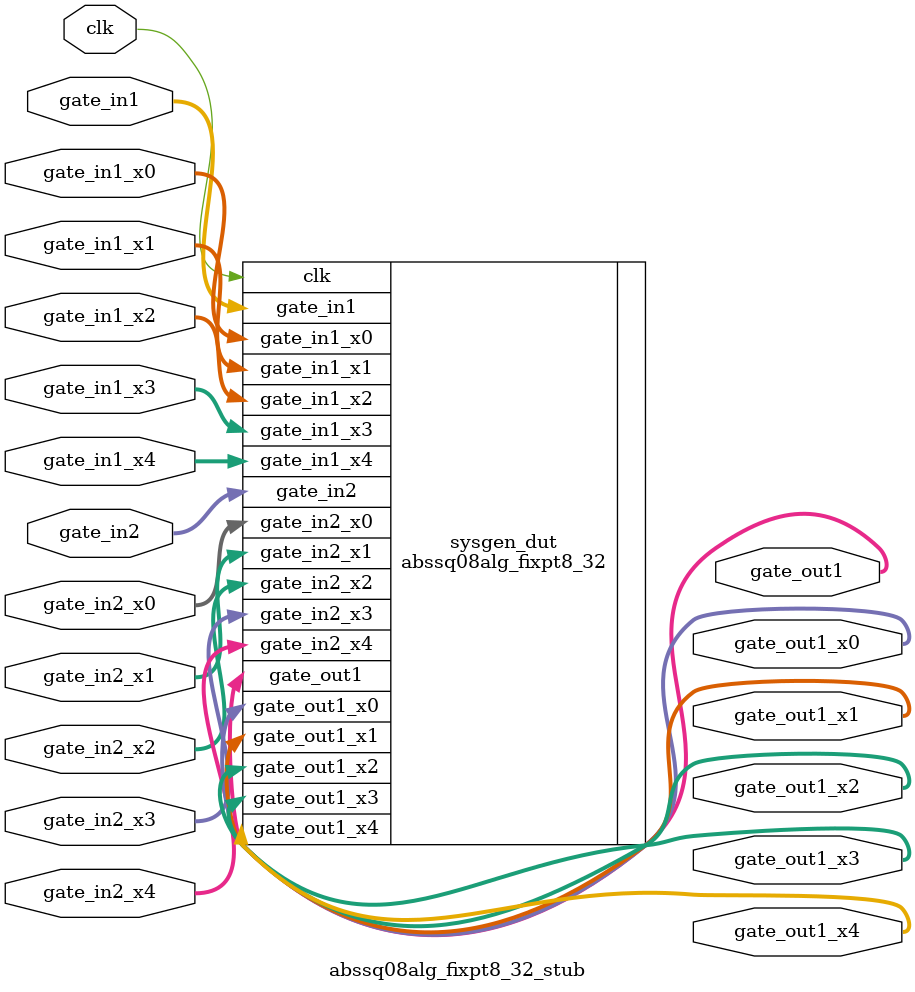
<source format=v>
`timescale 1 ns / 10 ps
module abssq08alg_fixpt8_32_stub (
  input [27-1:0] gate_in1_x4,
  input [27-1:0] gate_in2,
  input [28-1:0] gate_in1,
  input [28-1:0] gate_in2_x0,
  input [29-1:0] gate_in1_x0,
  input [29-1:0] gate_in2_x1,
  input [30-1:0] gate_in1_x1,
  input [30-1:0] gate_in2_x2,
  input [31-1:0] gate_in1_x2,
  input [31-1:0] gate_in2_x3,
  input [32-1:0] gate_in1_x3,
  input [32-1:0] gate_in2_x4,
  input clk,
  output [27-1:0] gate_out1_x0,
  output [28-1:0] gate_out1_x1,
  output [29-1:0] gate_out1_x2,
  output [30-1:0] gate_out1,
  output [31-1:0] gate_out1_x3,
  output [32-1:0] gate_out1_x4
);
  abssq08alg_fixpt8_32 sysgen_dut (
    .gate_in1_x4(gate_in1_x4),
    .gate_in2(gate_in2),
    .gate_in1(gate_in1),
    .gate_in2_x0(gate_in2_x0),
    .gate_in1_x0(gate_in1_x0),
    .gate_in2_x1(gate_in2_x1),
    .gate_in1_x1(gate_in1_x1),
    .gate_in2_x2(gate_in2_x2),
    .gate_in1_x2(gate_in1_x2),
    .gate_in2_x3(gate_in2_x3),
    .gate_in1_x3(gate_in1_x3),
    .gate_in2_x4(gate_in2_x4),
    .clk(clk),
    .gate_out1_x0(gate_out1_x0),
    .gate_out1_x1(gate_out1_x1),
    .gate_out1_x2(gate_out1_x2),
    .gate_out1(gate_out1),
    .gate_out1_x3(gate_out1_x3),
    .gate_out1_x4(gate_out1_x4)
  );
endmodule

</source>
